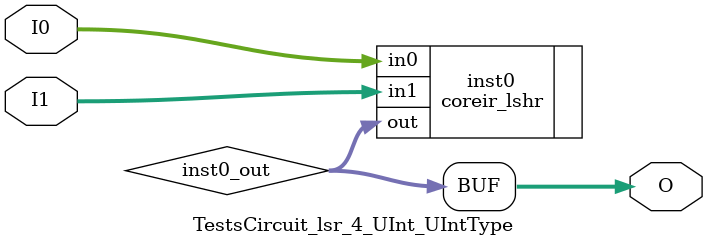
<source format=v>
module TestsCircuit_lsr_4_UInt_UIntType (input [3:0] I0, input [3:0] I1, output [3:0] O);
wire [3:0] inst0_out;
coreir_lshr inst0 (.in0(I0), .in1(I1), .out(inst0_out));
assign O = inst0_out;
endmodule


</source>
